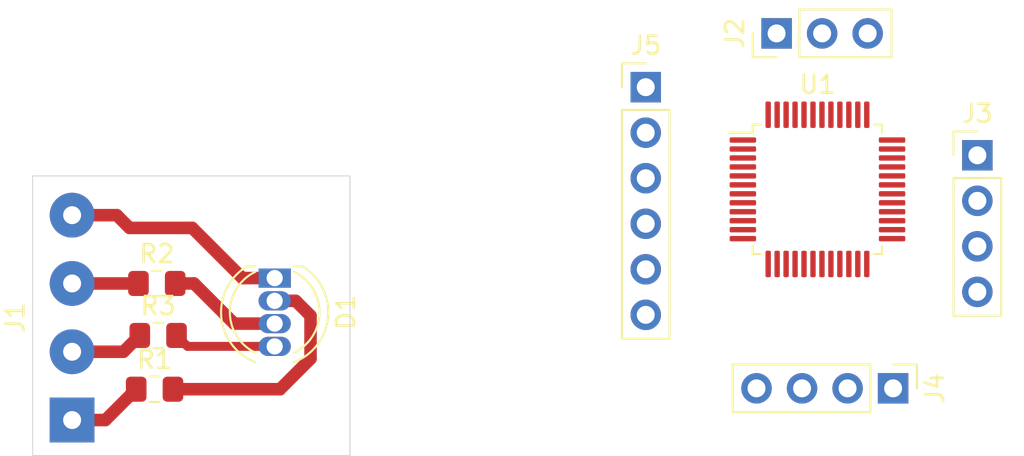
<source format=kicad_pcb>
(kicad_pcb (version 20171130) (host pcbnew 5.1.5)

  (general
    (thickness 1.6)
    (drawings 4)
    (tracks 20)
    (zones 0)
    (modules 10)
    (nets 16)
  )

  (page A4)
  (layers
    (0 F.Cu signal)
    (31 B.Cu signal)
    (32 B.Adhes user)
    (33 F.Adhes user)
    (34 B.Paste user)
    (35 F.Paste user)
    (36 B.SilkS user)
    (37 F.SilkS user)
    (38 B.Mask user)
    (39 F.Mask user)
    (40 Dwgs.User user)
    (41 Cmts.User user)
    (42 Eco1.User user)
    (43 Eco2.User user)
    (44 Edge.Cuts user)
    (45 Margin user)
    (46 B.CrtYd user)
    (47 F.CrtYd user)
    (48 B.Fab user)
    (49 F.Fab user)
  )

  (setup
    (last_trace_width 0.7)
    (user_trace_width 0.5)
    (user_trace_width 0.7)
    (trace_clearance 0.2)
    (zone_clearance 0.508)
    (zone_45_only no)
    (trace_min 0.2)
    (via_size 0.8)
    (via_drill 0.4)
    (via_min_size 0.4)
    (via_min_drill 0.3)
    (user_via 1.2 0.8)
    (uvia_size 0.3)
    (uvia_drill 0.1)
    (uvias_allowed no)
    (uvia_min_size 0.2)
    (uvia_min_drill 0.1)
    (edge_width 0.05)
    (segment_width 0.2)
    (pcb_text_width 0.3)
    (pcb_text_size 1.5 1.5)
    (mod_edge_width 0.12)
    (mod_text_size 1 1)
    (mod_text_width 0.15)
    (pad_size 1.524 1.524)
    (pad_drill 0.762)
    (pad_to_mask_clearance 0.051)
    (solder_mask_min_width 0.25)
    (aux_axis_origin 0 0)
    (visible_elements FFFFFF7F)
    (pcbplotparams
      (layerselection 0x010fc_ffffffff)
      (usegerberextensions false)
      (usegerberattributes false)
      (usegerberadvancedattributes false)
      (creategerberjobfile false)
      (excludeedgelayer true)
      (linewidth 0.100000)
      (plotframeref false)
      (viasonmask false)
      (mode 1)
      (useauxorigin false)
      (hpglpennumber 1)
      (hpglpenspeed 20)
      (hpglpendiameter 15.000000)
      (psnegative false)
      (psa4output false)
      (plotreference true)
      (plotvalue true)
      (plotinvisibletext false)
      (padsonsilk false)
      (subtractmaskfromsilk false)
      (outputformat 1)
      (mirror false)
      (drillshape 1)
      (scaleselection 1)
      (outputdirectory ""))
  )

  (net 0 "")
  (net 1 GND)
  (net 2 /led-b)
  (net 3 /led-g)
  (net 4 /led-r)
  (net 5 "Net-(D1-Pad2)")
  (net 6 "Net-(D1-Pad3)")
  (net 7 "Net-(D1-Pad4)")
  (net 8 VDD)
  (net 9 /bt-cts)
  (net 10 /prg-rx)
  (net 11 /rs-tx)
  (net 12 /rs-rx)
  (net 13 /bt-tx)
  (net 14 /bt-rx)
  (net 15 /bt-reset)

  (net_class Default "This is the default net class."
    (clearance 0.2)
    (trace_width 0.25)
    (via_dia 0.8)
    (via_drill 0.4)
    (uvia_dia 0.3)
    (uvia_drill 0.1)
    (add_net /bt-cts)
    (add_net /bt-reset)
    (add_net /bt-rx)
    (add_net /bt-tx)
    (add_net /led-b)
    (add_net /led-g)
    (add_net /led-r)
    (add_net /prg-rx)
    (add_net /rs-rx)
    (add_net /rs-tx)
    (add_net GND)
    (add_net "Net-(D1-Pad2)")
    (add_net "Net-(D1-Pad3)")
    (add_net "Net-(D1-Pad4)")
    (add_net VDD)
  )

  (module Connector_PinHeader_2.54mm:PinHeader_1x03_P2.54mm_Vertical (layer F.Cu) (tedit 59FED5CC) (tstamp 5E3C9083)
    (at 100.8 24.3 90)
    (descr "Through hole straight pin header, 1x03, 2.54mm pitch, single row")
    (tags "Through hole pin header THT 1x03 2.54mm single row")
    (path /5E3EDE56)
    (fp_text reference J2 (at 0 -2.33 90) (layer F.SilkS)
      (effects (font (size 1 1) (thickness 0.15)))
    )
    (fp_text value J-IR (at 0 7.41 90) (layer F.Fab)
      (effects (font (size 1 1) (thickness 0.15)))
    )
    (fp_text user %R (at 0 2.54) (layer F.Fab)
      (effects (font (size 1 1) (thickness 0.15)))
    )
    (fp_line (start 1.8 -1.8) (end -1.8 -1.8) (layer F.CrtYd) (width 0.05))
    (fp_line (start 1.8 6.85) (end 1.8 -1.8) (layer F.CrtYd) (width 0.05))
    (fp_line (start -1.8 6.85) (end 1.8 6.85) (layer F.CrtYd) (width 0.05))
    (fp_line (start -1.8 -1.8) (end -1.8 6.85) (layer F.CrtYd) (width 0.05))
    (fp_line (start -1.33 -1.33) (end 0 -1.33) (layer F.SilkS) (width 0.12))
    (fp_line (start -1.33 0) (end -1.33 -1.33) (layer F.SilkS) (width 0.12))
    (fp_line (start -1.33 1.27) (end 1.33 1.27) (layer F.SilkS) (width 0.12))
    (fp_line (start 1.33 1.27) (end 1.33 6.41) (layer F.SilkS) (width 0.12))
    (fp_line (start -1.33 1.27) (end -1.33 6.41) (layer F.SilkS) (width 0.12))
    (fp_line (start -1.33 6.41) (end 1.33 6.41) (layer F.SilkS) (width 0.12))
    (fp_line (start -1.27 -0.635) (end -0.635 -1.27) (layer F.Fab) (width 0.1))
    (fp_line (start -1.27 6.35) (end -1.27 -0.635) (layer F.Fab) (width 0.1))
    (fp_line (start 1.27 6.35) (end -1.27 6.35) (layer F.Fab) (width 0.1))
    (fp_line (start 1.27 -1.27) (end 1.27 6.35) (layer F.Fab) (width 0.1))
    (fp_line (start -0.635 -1.27) (end 1.27 -1.27) (layer F.Fab) (width 0.1))
    (pad 3 thru_hole oval (at 0 5.08 90) (size 1.7 1.7) (drill 1) (layers *.Cu *.Mask)
      (net 8 VDD))
    (pad 2 thru_hole oval (at 0 2.54 90) (size 1.7 1.7) (drill 1) (layers *.Cu *.Mask)
      (net 10 /prg-rx))
    (pad 1 thru_hole rect (at 0 0 90) (size 1.7 1.7) (drill 1) (layers *.Cu *.Mask)
      (net 1 GND))
    (model ${KISYS3DMOD}/Connector_PinHeader_2.54mm.3dshapes/PinHeader_1x03_P2.54mm_Vertical.wrl
      (at (xyz 0 0 0))
      (scale (xyz 1 1 1))
      (rotate (xyz 0 0 0))
    )
  )

  (module Connector_PinHeader_2.54mm:PinHeader_1x06_P2.54mm_Vertical (layer F.Cu) (tedit 59FED5CC) (tstamp 5E3C8ADB)
    (at 93.5 27.3)
    (descr "Through hole straight pin header, 1x06, 2.54mm pitch, single row")
    (tags "Through hole pin header THT 1x06 2.54mm single row")
    (path /5E3EA5BC)
    (fp_text reference J5 (at 0 -2.33) (layer F.SilkS)
      (effects (font (size 1 1) (thickness 0.15)))
    )
    (fp_text value J-BT (at 0 15.03) (layer F.Fab)
      (effects (font (size 1 1) (thickness 0.15)))
    )
    (fp_text user %R (at 0 6.35 90) (layer F.Fab)
      (effects (font (size 1 1) (thickness 0.15)))
    )
    (fp_line (start 1.8 -1.8) (end -1.8 -1.8) (layer F.CrtYd) (width 0.05))
    (fp_line (start 1.8 14.5) (end 1.8 -1.8) (layer F.CrtYd) (width 0.05))
    (fp_line (start -1.8 14.5) (end 1.8 14.5) (layer F.CrtYd) (width 0.05))
    (fp_line (start -1.8 -1.8) (end -1.8 14.5) (layer F.CrtYd) (width 0.05))
    (fp_line (start -1.33 -1.33) (end 0 -1.33) (layer F.SilkS) (width 0.12))
    (fp_line (start -1.33 0) (end -1.33 -1.33) (layer F.SilkS) (width 0.12))
    (fp_line (start -1.33 1.27) (end 1.33 1.27) (layer F.SilkS) (width 0.12))
    (fp_line (start 1.33 1.27) (end 1.33 14.03) (layer F.SilkS) (width 0.12))
    (fp_line (start -1.33 1.27) (end -1.33 14.03) (layer F.SilkS) (width 0.12))
    (fp_line (start -1.33 14.03) (end 1.33 14.03) (layer F.SilkS) (width 0.12))
    (fp_line (start -1.27 -0.635) (end -0.635 -1.27) (layer F.Fab) (width 0.1))
    (fp_line (start -1.27 13.97) (end -1.27 -0.635) (layer F.Fab) (width 0.1))
    (fp_line (start 1.27 13.97) (end -1.27 13.97) (layer F.Fab) (width 0.1))
    (fp_line (start 1.27 -1.27) (end 1.27 13.97) (layer F.Fab) (width 0.1))
    (fp_line (start -0.635 -1.27) (end 1.27 -1.27) (layer F.Fab) (width 0.1))
    (pad 6 thru_hole oval (at 0 12.7) (size 1.7 1.7) (drill 1) (layers *.Cu *.Mask)
      (net 9 /bt-cts))
    (pad 5 thru_hole oval (at 0 10.16) (size 1.7 1.7) (drill 1) (layers *.Cu *.Mask)
      (net 8 VDD))
    (pad 4 thru_hole oval (at 0 7.62) (size 1.7 1.7) (drill 1) (layers *.Cu *.Mask)
      (net 13 /bt-tx))
    (pad 3 thru_hole oval (at 0 5.08) (size 1.7 1.7) (drill 1) (layers *.Cu *.Mask)
      (net 14 /bt-rx))
    (pad 2 thru_hole oval (at 0 2.54) (size 1.7 1.7) (drill 1) (layers *.Cu *.Mask)
      (net 1 GND))
    (pad 1 thru_hole rect (at 0 0) (size 1.7 1.7) (drill 1) (layers *.Cu *.Mask)
      (net 15 /bt-reset))
    (model ${KISYS3DMOD}/Connector_PinHeader_2.54mm.3dshapes/PinHeader_1x06_P2.54mm_Vertical.wrl
      (at (xyz 0 0 0))
      (scale (xyz 1 1 1))
      (rotate (xyz 0 0 0))
    )
  )

  (module Connector_PinHeader_2.54mm:PinHeader_1x04_P2.54mm_Vertical (layer F.Cu) (tedit 59FED5CC) (tstamp 5E3C8AC1)
    (at 107.3 44.1 270)
    (descr "Through hole straight pin header, 1x04, 2.54mm pitch, single row")
    (tags "Through hole pin header THT 1x04 2.54mm single row")
    (path /5E3E3BC8)
    (fp_text reference J4 (at 0 -2.33 90) (layer F.SilkS)
      (effects (font (size 1 1) (thickness 0.15)))
    )
    (fp_text value J-RS232 (at 0 9.95 90) (layer F.Fab)
      (effects (font (size 1 1) (thickness 0.15)))
    )
    (fp_text user %R (at 0 3.81) (layer F.Fab)
      (effects (font (size 1 1) (thickness 0.15)))
    )
    (fp_line (start 1.8 -1.8) (end -1.8 -1.8) (layer F.CrtYd) (width 0.05))
    (fp_line (start 1.8 9.4) (end 1.8 -1.8) (layer F.CrtYd) (width 0.05))
    (fp_line (start -1.8 9.4) (end 1.8 9.4) (layer F.CrtYd) (width 0.05))
    (fp_line (start -1.8 -1.8) (end -1.8 9.4) (layer F.CrtYd) (width 0.05))
    (fp_line (start -1.33 -1.33) (end 0 -1.33) (layer F.SilkS) (width 0.12))
    (fp_line (start -1.33 0) (end -1.33 -1.33) (layer F.SilkS) (width 0.12))
    (fp_line (start -1.33 1.27) (end 1.33 1.27) (layer F.SilkS) (width 0.12))
    (fp_line (start 1.33 1.27) (end 1.33 8.95) (layer F.SilkS) (width 0.12))
    (fp_line (start -1.33 1.27) (end -1.33 8.95) (layer F.SilkS) (width 0.12))
    (fp_line (start -1.33 8.95) (end 1.33 8.95) (layer F.SilkS) (width 0.12))
    (fp_line (start -1.27 -0.635) (end -0.635 -1.27) (layer F.Fab) (width 0.1))
    (fp_line (start -1.27 8.89) (end -1.27 -0.635) (layer F.Fab) (width 0.1))
    (fp_line (start 1.27 8.89) (end -1.27 8.89) (layer F.Fab) (width 0.1))
    (fp_line (start 1.27 -1.27) (end 1.27 8.89) (layer F.Fab) (width 0.1))
    (fp_line (start -0.635 -1.27) (end 1.27 -1.27) (layer F.Fab) (width 0.1))
    (pad 4 thru_hole oval (at 0 7.62 270) (size 1.7 1.7) (drill 1) (layers *.Cu *.Mask)
      (net 8 VDD))
    (pad 3 thru_hole oval (at 0 5.08 270) (size 1.7 1.7) (drill 1) (layers *.Cu *.Mask)
      (net 11 /rs-tx))
    (pad 2 thru_hole oval (at 0 2.54 270) (size 1.7 1.7) (drill 1) (layers *.Cu *.Mask)
      (net 12 /rs-rx))
    (pad 1 thru_hole rect (at 0 0 270) (size 1.7 1.7) (drill 1) (layers *.Cu *.Mask)
      (net 1 GND))
    (model ${KISYS3DMOD}/Connector_PinHeader_2.54mm.3dshapes/PinHeader_1x04_P2.54mm_Vertical.wrl
      (at (xyz 0 0 0))
      (scale (xyz 1 1 1))
      (rotate (xyz 0 0 0))
    )
  )

  (module Connector_PinHeader_2.54mm:PinHeader_1x04_P2.54mm_Vertical (layer F.Cu) (tedit 59FED5CC) (tstamp 5E3C8AA9)
    (at 112 31.1)
    (descr "Through hole straight pin header, 1x04, 2.54mm pitch, single row")
    (tags "Through hole pin header THT 1x04 2.54mm single row")
    (path /5E3CF70F)
    (fp_text reference J3 (at 0 -2.33) (layer F.SilkS)
      (effects (font (size 1 1) (thickness 0.15)))
    )
    (fp_text value J-PRG (at 0 9.95) (layer F.Fab)
      (effects (font (size 1 1) (thickness 0.15)))
    )
    (fp_text user %R (at 0 3.81 90) (layer F.Fab)
      (effects (font (size 1 1) (thickness 0.15)))
    )
    (fp_line (start 1.8 -1.8) (end -1.8 -1.8) (layer F.CrtYd) (width 0.05))
    (fp_line (start 1.8 9.4) (end 1.8 -1.8) (layer F.CrtYd) (width 0.05))
    (fp_line (start -1.8 9.4) (end 1.8 9.4) (layer F.CrtYd) (width 0.05))
    (fp_line (start -1.8 -1.8) (end -1.8 9.4) (layer F.CrtYd) (width 0.05))
    (fp_line (start -1.33 -1.33) (end 0 -1.33) (layer F.SilkS) (width 0.12))
    (fp_line (start -1.33 0) (end -1.33 -1.33) (layer F.SilkS) (width 0.12))
    (fp_line (start -1.33 1.27) (end 1.33 1.27) (layer F.SilkS) (width 0.12))
    (fp_line (start 1.33 1.27) (end 1.33 8.95) (layer F.SilkS) (width 0.12))
    (fp_line (start -1.33 1.27) (end -1.33 8.95) (layer F.SilkS) (width 0.12))
    (fp_line (start -1.33 8.95) (end 1.33 8.95) (layer F.SilkS) (width 0.12))
    (fp_line (start -1.27 -0.635) (end -0.635 -1.27) (layer F.Fab) (width 0.1))
    (fp_line (start -1.27 8.89) (end -1.27 -0.635) (layer F.Fab) (width 0.1))
    (fp_line (start 1.27 8.89) (end -1.27 8.89) (layer F.Fab) (width 0.1))
    (fp_line (start 1.27 -1.27) (end 1.27 8.89) (layer F.Fab) (width 0.1))
    (fp_line (start -0.635 -1.27) (end 1.27 -1.27) (layer F.Fab) (width 0.1))
    (pad 4 thru_hole oval (at 0 7.62) (size 1.7 1.7) (drill 1) (layers *.Cu *.Mask)
      (net 8 VDD))
    (pad 3 thru_hole oval (at 0 5.08) (size 1.7 1.7) (drill 1) (layers *.Cu *.Mask)
      (net 9 /bt-cts))
    (pad 2 thru_hole oval (at 0 2.54) (size 1.7 1.7) (drill 1) (layers *.Cu *.Mask)
      (net 10 /prg-rx))
    (pad 1 thru_hole rect (at 0 0) (size 1.7 1.7) (drill 1) (layers *.Cu *.Mask)
      (net 1 GND))
    (model ${KISYS3DMOD}/Connector_PinHeader_2.54mm.3dshapes/PinHeader_1x04_P2.54mm_Vertical.wrl
      (at (xyz 0 0 0))
      (scale (xyz 1 1 1))
      (rotate (xyz 0 0 0))
    )
  )

  (module LED_THT:LED_D5.0mm-4_RGB (layer F.Cu) (tedit 5B74EEBE) (tstamp 5E3CBC8E)
    (at 72.8 37.95 270)
    (descr "LED, diameter 5.0mm, 2 pins, diameter 5.0mm, 3 pins, diameter 5.0mm, 4 pins, http://www.kingbright.com/attachments/file/psearch/000/00/00/L-154A4SUREQBFZGEW(Ver.9A).pdf")
    (tags "LED diameter 5.0mm 2 pins diameter 5.0mm 3 pins diameter 5.0mm 4 pins RGB RGBLED")
    (path /5E3BE33A)
    (fp_text reference D1 (at 1.905 -3.96 90) (layer F.SilkS)
      (effects (font (size 1 1) (thickness 0.15)))
    )
    (fp_text value LED_CRGB (at 1.905 3.96 90) (layer F.Fab)
      (effects (font (size 1 1) (thickness 0.15)))
    )
    (fp_text user %R (at 1.905 -3.96 90) (layer F.Fab)
      (effects (font (size 1 1) (thickness 0.15)))
    )
    (fp_line (start 5.15 -3.25) (end -1.35 -3.25) (layer F.CrtYd) (width 0.05))
    (fp_line (start 5.15 3.25) (end 5.15 -3.25) (layer F.CrtYd) (width 0.05))
    (fp_line (start -1.35 3.25) (end 5.15 3.25) (layer F.CrtYd) (width 0.05))
    (fp_line (start -1.35 -3.25) (end -1.35 3.25) (layer F.CrtYd) (width 0.05))
    (fp_line (start -0.655 1.08) (end -0.655 1.545) (layer F.SilkS) (width 0.12))
    (fp_line (start -0.655 -1.545) (end -0.655 -1.08) (layer F.SilkS) (width 0.12))
    (fp_line (start -0.595 -1.469694) (end -0.595 1.469694) (layer F.Fab) (width 0.1))
    (fp_circle (center 1.905 0) (end 4.405 0) (layer F.Fab) (width 0.1))
    (fp_arc (start 1.905 0) (end -0.349684 1.08) (angle -128.8) (layer F.SilkS) (width 0.12))
    (fp_arc (start 1.905 0) (end -0.349684 -1.08) (angle 128.8) (layer F.SilkS) (width 0.12))
    (fp_arc (start 1.905 0) (end -0.655 1.54483) (angle -127.7) (layer F.SilkS) (width 0.12))
    (fp_arc (start 1.905 0) (end -0.655 -1.54483) (angle 127.7) (layer F.SilkS) (width 0.12))
    (fp_arc (start 1.905 0) (end -0.595 -1.469694) (angle 299.1) (layer F.Fab) (width 0.1))
    (pad 4 thru_hole oval (at 3.81 0 270) (size 1.07 1.8) (drill 0.9) (layers *.Cu *.Mask)
      (net 7 "Net-(D1-Pad4)"))
    (pad 3 thru_hole oval (at 2.54 0 270) (size 1.07 1.8) (drill 0.9) (layers *.Cu *.Mask)
      (net 6 "Net-(D1-Pad3)"))
    (pad 2 thru_hole oval (at 1.27 0 270) (size 1.07 1.8) (drill 0.9) (layers *.Cu *.Mask)
      (net 5 "Net-(D1-Pad2)"))
    (pad 1 thru_hole rect (at 0 0 270) (size 1.07 1.8) (drill 0.9) (layers *.Cu *.Mask)
      (net 1 GND))
    (model ${KISYS3DMOD}/LED_THT.3dshapes/LED_D5.0mm-4_RGB.wrl
      (at (xyz 0 0 0))
      (scale (xyz 1 1 1))
      (rotate (xyz 0 0 0))
    )
  )

  (module Package_QFP:LQFP-48_7x7mm_P0.5mm (layer F.Cu) (tedit 5D9F72AF) (tstamp 5E3C33D9)
    (at 103.08 33)
    (descr "LQFP, 48 Pin (https://www.analog.com/media/en/technical-documentation/data-sheets/ltc2358-16.pdf), generated with kicad-footprint-generator ipc_gullwing_generator.py")
    (tags "LQFP QFP")
    (path /5E3C6C25)
    (attr smd)
    (fp_text reference U1 (at 0 -5.85) (layer F.SilkS)
      (effects (font (size 1 1) (thickness 0.15)))
    )
    (fp_text value STM32F103C8Tx (at 0 5.85) (layer F.Fab)
      (effects (font (size 1 1) (thickness 0.15)))
    )
    (fp_text user %R (at 0 0) (layer F.Fab)
      (effects (font (size 1 1) (thickness 0.15)))
    )
    (fp_line (start 5.15 3.15) (end 5.15 0) (layer F.CrtYd) (width 0.05))
    (fp_line (start 3.75 3.15) (end 5.15 3.15) (layer F.CrtYd) (width 0.05))
    (fp_line (start 3.75 3.75) (end 3.75 3.15) (layer F.CrtYd) (width 0.05))
    (fp_line (start 3.15 3.75) (end 3.75 3.75) (layer F.CrtYd) (width 0.05))
    (fp_line (start 3.15 5.15) (end 3.15 3.75) (layer F.CrtYd) (width 0.05))
    (fp_line (start 0 5.15) (end 3.15 5.15) (layer F.CrtYd) (width 0.05))
    (fp_line (start -5.15 3.15) (end -5.15 0) (layer F.CrtYd) (width 0.05))
    (fp_line (start -3.75 3.15) (end -5.15 3.15) (layer F.CrtYd) (width 0.05))
    (fp_line (start -3.75 3.75) (end -3.75 3.15) (layer F.CrtYd) (width 0.05))
    (fp_line (start -3.15 3.75) (end -3.75 3.75) (layer F.CrtYd) (width 0.05))
    (fp_line (start -3.15 5.15) (end -3.15 3.75) (layer F.CrtYd) (width 0.05))
    (fp_line (start 0 5.15) (end -3.15 5.15) (layer F.CrtYd) (width 0.05))
    (fp_line (start 5.15 -3.15) (end 5.15 0) (layer F.CrtYd) (width 0.05))
    (fp_line (start 3.75 -3.15) (end 5.15 -3.15) (layer F.CrtYd) (width 0.05))
    (fp_line (start 3.75 -3.75) (end 3.75 -3.15) (layer F.CrtYd) (width 0.05))
    (fp_line (start 3.15 -3.75) (end 3.75 -3.75) (layer F.CrtYd) (width 0.05))
    (fp_line (start 3.15 -5.15) (end 3.15 -3.75) (layer F.CrtYd) (width 0.05))
    (fp_line (start 0 -5.15) (end 3.15 -5.15) (layer F.CrtYd) (width 0.05))
    (fp_line (start -5.15 -3.15) (end -5.15 0) (layer F.CrtYd) (width 0.05))
    (fp_line (start -3.75 -3.15) (end -5.15 -3.15) (layer F.CrtYd) (width 0.05))
    (fp_line (start -3.75 -3.75) (end -3.75 -3.15) (layer F.CrtYd) (width 0.05))
    (fp_line (start -3.15 -3.75) (end -3.75 -3.75) (layer F.CrtYd) (width 0.05))
    (fp_line (start -3.15 -5.15) (end -3.15 -3.75) (layer F.CrtYd) (width 0.05))
    (fp_line (start 0 -5.15) (end -3.15 -5.15) (layer F.CrtYd) (width 0.05))
    (fp_line (start -3.5 -2.5) (end -2.5 -3.5) (layer F.Fab) (width 0.1))
    (fp_line (start -3.5 3.5) (end -3.5 -2.5) (layer F.Fab) (width 0.1))
    (fp_line (start 3.5 3.5) (end -3.5 3.5) (layer F.Fab) (width 0.1))
    (fp_line (start 3.5 -3.5) (end 3.5 3.5) (layer F.Fab) (width 0.1))
    (fp_line (start -2.5 -3.5) (end 3.5 -3.5) (layer F.Fab) (width 0.1))
    (fp_line (start -3.61 -3.16) (end -4.9 -3.16) (layer F.SilkS) (width 0.12))
    (fp_line (start -3.61 -3.61) (end -3.61 -3.16) (layer F.SilkS) (width 0.12))
    (fp_line (start -3.16 -3.61) (end -3.61 -3.61) (layer F.SilkS) (width 0.12))
    (fp_line (start 3.61 -3.61) (end 3.61 -3.16) (layer F.SilkS) (width 0.12))
    (fp_line (start 3.16 -3.61) (end 3.61 -3.61) (layer F.SilkS) (width 0.12))
    (fp_line (start -3.61 3.61) (end -3.61 3.16) (layer F.SilkS) (width 0.12))
    (fp_line (start -3.16 3.61) (end -3.61 3.61) (layer F.SilkS) (width 0.12))
    (fp_line (start 3.61 3.61) (end 3.61 3.16) (layer F.SilkS) (width 0.12))
    (fp_line (start 3.16 3.61) (end 3.61 3.61) (layer F.SilkS) (width 0.12))
    (pad 48 smd roundrect (at -2.75 -4.1625) (size 0.3 1.475) (layers F.Cu F.Paste F.Mask) (roundrect_rratio 0.25)
      (net 8 VDD))
    (pad 47 smd roundrect (at -2.25 -4.1625) (size 0.3 1.475) (layers F.Cu F.Paste F.Mask) (roundrect_rratio 0.25)
      (net 1 GND))
    (pad 46 smd roundrect (at -1.75 -4.1625) (size 0.3 1.475) (layers F.Cu F.Paste F.Mask) (roundrect_rratio 0.25))
    (pad 45 smd roundrect (at -1.25 -4.1625) (size 0.3 1.475) (layers F.Cu F.Paste F.Mask) (roundrect_rratio 0.25))
    (pad 44 smd roundrect (at -0.75 -4.1625) (size 0.3 1.475) (layers F.Cu F.Paste F.Mask) (roundrect_rratio 0.25))
    (pad 43 smd roundrect (at -0.25 -4.1625) (size 0.3 1.475) (layers F.Cu F.Paste F.Mask) (roundrect_rratio 0.25)
      (net 10 /prg-rx))
    (pad 42 smd roundrect (at 0.25 -4.1625) (size 0.3 1.475) (layers F.Cu F.Paste F.Mask) (roundrect_rratio 0.25)
      (net 9 /bt-cts))
    (pad 41 smd roundrect (at 0.75 -4.1625) (size 0.3 1.475) (layers F.Cu F.Paste F.Mask) (roundrect_rratio 0.25))
    (pad 40 smd roundrect (at 1.25 -4.1625) (size 0.3 1.475) (layers F.Cu F.Paste F.Mask) (roundrect_rratio 0.25))
    (pad 39 smd roundrect (at 1.75 -4.1625) (size 0.3 1.475) (layers F.Cu F.Paste F.Mask) (roundrect_rratio 0.25))
    (pad 38 smd roundrect (at 2.25 -4.1625) (size 0.3 1.475) (layers F.Cu F.Paste F.Mask) (roundrect_rratio 0.25))
    (pad 37 smd roundrect (at 2.75 -4.1625) (size 0.3 1.475) (layers F.Cu F.Paste F.Mask) (roundrect_rratio 0.25))
    (pad 36 smd roundrect (at 4.1625 -2.75) (size 1.475 0.3) (layers F.Cu F.Paste F.Mask) (roundrect_rratio 0.25)
      (net 8 VDD))
    (pad 35 smd roundrect (at 4.1625 -2.25) (size 1.475 0.3) (layers F.Cu F.Paste F.Mask) (roundrect_rratio 0.25)
      (net 1 GND))
    (pad 34 smd roundrect (at 4.1625 -1.75) (size 1.475 0.3) (layers F.Cu F.Paste F.Mask) (roundrect_rratio 0.25))
    (pad 33 smd roundrect (at 4.1625 -1.25) (size 1.475 0.3) (layers F.Cu F.Paste F.Mask) (roundrect_rratio 0.25))
    (pad 32 smd roundrect (at 4.1625 -0.75) (size 1.475 0.3) (layers F.Cu F.Paste F.Mask) (roundrect_rratio 0.25))
    (pad 31 smd roundrect (at 4.1625 -0.25) (size 1.475 0.3) (layers F.Cu F.Paste F.Mask) (roundrect_rratio 0.25)
      (net 2 /led-b))
    (pad 30 smd roundrect (at 4.1625 0.25) (size 1.475 0.3) (layers F.Cu F.Paste F.Mask) (roundrect_rratio 0.25)
      (net 3 /led-g))
    (pad 29 smd roundrect (at 4.1625 0.75) (size 1.475 0.3) (layers F.Cu F.Paste F.Mask) (roundrect_rratio 0.25)
      (net 4 /led-r))
    (pad 28 smd roundrect (at 4.1625 1.25) (size 1.475 0.3) (layers F.Cu F.Paste F.Mask) (roundrect_rratio 0.25))
    (pad 27 smd roundrect (at 4.1625 1.75) (size 1.475 0.3) (layers F.Cu F.Paste F.Mask) (roundrect_rratio 0.25)
      (net 15 /bt-reset))
    (pad 26 smd roundrect (at 4.1625 2.25) (size 1.475 0.3) (layers F.Cu F.Paste F.Mask) (roundrect_rratio 0.25)
      (net 9 /bt-cts))
    (pad 25 smd roundrect (at 4.1625 2.75) (size 1.475 0.3) (layers F.Cu F.Paste F.Mask) (roundrect_rratio 0.25))
    (pad 24 smd roundrect (at 2.75 4.1625) (size 0.3 1.475) (layers F.Cu F.Paste F.Mask) (roundrect_rratio 0.25)
      (net 8 VDD))
    (pad 23 smd roundrect (at 2.25 4.1625) (size 0.3 1.475) (layers F.Cu F.Paste F.Mask) (roundrect_rratio 0.25)
      (net 1 GND))
    (pad 22 smd roundrect (at 1.75 4.1625) (size 0.3 1.475) (layers F.Cu F.Paste F.Mask) (roundrect_rratio 0.25)
      (net 12 /rs-rx))
    (pad 21 smd roundrect (at 1.25 4.1625) (size 0.3 1.475) (layers F.Cu F.Paste F.Mask) (roundrect_rratio 0.25)
      (net 11 /rs-tx))
    (pad 20 smd roundrect (at 0.75 4.1625) (size 0.3 1.475) (layers F.Cu F.Paste F.Mask) (roundrect_rratio 0.25))
    (pad 19 smd roundrect (at 0.25 4.1625) (size 0.3 1.475) (layers F.Cu F.Paste F.Mask) (roundrect_rratio 0.25))
    (pad 18 smd roundrect (at -0.25 4.1625) (size 0.3 1.475) (layers F.Cu F.Paste F.Mask) (roundrect_rratio 0.25))
    (pad 17 smd roundrect (at -0.75 4.1625) (size 0.3 1.475) (layers F.Cu F.Paste F.Mask) (roundrect_rratio 0.25))
    (pad 16 smd roundrect (at -1.25 4.1625) (size 0.3 1.475) (layers F.Cu F.Paste F.Mask) (roundrect_rratio 0.25))
    (pad 15 smd roundrect (at -1.75 4.1625) (size 0.3 1.475) (layers F.Cu F.Paste F.Mask) (roundrect_rratio 0.25))
    (pad 14 smd roundrect (at -2.25 4.1625) (size 0.3 1.475) (layers F.Cu F.Paste F.Mask) (roundrect_rratio 0.25))
    (pad 13 smd roundrect (at -2.75 4.1625) (size 0.3 1.475) (layers F.Cu F.Paste F.Mask) (roundrect_rratio 0.25)
      (net 14 /bt-rx))
    (pad 12 smd roundrect (at -4.1625 2.75) (size 1.475 0.3) (layers F.Cu F.Paste F.Mask) (roundrect_rratio 0.25)
      (net 13 /bt-tx))
    (pad 11 smd roundrect (at -4.1625 2.25) (size 1.475 0.3) (layers F.Cu F.Paste F.Mask) (roundrect_rratio 0.25))
    (pad 10 smd roundrect (at -4.1625 1.75) (size 1.475 0.3) (layers F.Cu F.Paste F.Mask) (roundrect_rratio 0.25)
      (net 9 /bt-cts))
    (pad 9 smd roundrect (at -4.1625 1.25) (size 1.475 0.3) (layers F.Cu F.Paste F.Mask) (roundrect_rratio 0.25))
    (pad 8 smd roundrect (at -4.1625 0.75) (size 1.475 0.3) (layers F.Cu F.Paste F.Mask) (roundrect_rratio 0.25))
    (pad 7 smd roundrect (at -4.1625 0.25) (size 1.475 0.3) (layers F.Cu F.Paste F.Mask) (roundrect_rratio 0.25))
    (pad 6 smd roundrect (at -4.1625 -0.25) (size 1.475 0.3) (layers F.Cu F.Paste F.Mask) (roundrect_rratio 0.25))
    (pad 5 smd roundrect (at -4.1625 -0.75) (size 1.475 0.3) (layers F.Cu F.Paste F.Mask) (roundrect_rratio 0.25))
    (pad 4 smd roundrect (at -4.1625 -1.25) (size 1.475 0.3) (layers F.Cu F.Paste F.Mask) (roundrect_rratio 0.25))
    (pad 3 smd roundrect (at -4.1625 -1.75) (size 1.475 0.3) (layers F.Cu F.Paste F.Mask) (roundrect_rratio 0.25))
    (pad 2 smd roundrect (at -4.1625 -2.25) (size 1.475 0.3) (layers F.Cu F.Paste F.Mask) (roundrect_rratio 0.25))
    (pad 1 smd roundrect (at -4.1625 -2.75) (size 1.475 0.3) (layers F.Cu F.Paste F.Mask) (roundrect_rratio 0.25))
    (model ${KISYS3DMOD}/Package_QFP.3dshapes/LQFP-48_7x7mm_P0.5mm.wrl
      (at (xyz 0 0 0))
      (scale (xyz 1 1 1))
      (rotate (xyz 0 0 0))
    )
  )

  (module Resistor_SMD:R_0805_2012Metric_Pad1.15x1.40mm_HandSolder (layer F.Cu) (tedit 5B36C52B) (tstamp 5E3CBCD1)
    (at 66.3 41.15)
    (descr "Resistor SMD 0805 (2012 Metric), square (rectangular) end terminal, IPC_7351 nominal with elongated pad for handsoldering. (Body size source: https://docs.google.com/spreadsheets/d/1BsfQQcO9C6DZCsRaXUlFlo91Tg2WpOkGARC1WS5S8t0/edit?usp=sharing), generated with kicad-footprint-generator")
    (tags "resistor handsolder")
    (path /5E3BF258)
    (attr smd)
    (fp_text reference R3 (at 0 -1.65) (layer F.SilkS)
      (effects (font (size 1 1) (thickness 0.15)))
    )
    (fp_text value 100 (at 0 1.65) (layer F.Fab)
      (effects (font (size 1 1) (thickness 0.15)))
    )
    (fp_text user %R (at 0 0) (layer F.Fab)
      (effects (font (size 0.5 0.5) (thickness 0.08)))
    )
    (fp_line (start 1.85 0.95) (end -1.85 0.95) (layer F.CrtYd) (width 0.05))
    (fp_line (start 1.85 -0.95) (end 1.85 0.95) (layer F.CrtYd) (width 0.05))
    (fp_line (start -1.85 -0.95) (end 1.85 -0.95) (layer F.CrtYd) (width 0.05))
    (fp_line (start -1.85 0.95) (end -1.85 -0.95) (layer F.CrtYd) (width 0.05))
    (fp_line (start -0.261252 0.71) (end 0.261252 0.71) (layer F.SilkS) (width 0.12))
    (fp_line (start -0.261252 -0.71) (end 0.261252 -0.71) (layer F.SilkS) (width 0.12))
    (fp_line (start 1 0.6) (end -1 0.6) (layer F.Fab) (width 0.1))
    (fp_line (start 1 -0.6) (end 1 0.6) (layer F.Fab) (width 0.1))
    (fp_line (start -1 -0.6) (end 1 -0.6) (layer F.Fab) (width 0.1))
    (fp_line (start -1 0.6) (end -1 -0.6) (layer F.Fab) (width 0.1))
    (pad 2 smd roundrect (at 1.025 0) (size 1.15 1.4) (layers F.Cu F.Paste F.Mask) (roundrect_rratio 0.217391)
      (net 7 "Net-(D1-Pad4)"))
    (pad 1 smd roundrect (at -1.025 0) (size 1.15 1.4) (layers F.Cu F.Paste F.Mask) (roundrect_rratio 0.217391)
      (net 2 /led-b))
    (model ${KISYS3DMOD}/Resistor_SMD.3dshapes/R_0805_2012Metric.wrl
      (at (xyz 0 0 0))
      (scale (xyz 1 1 1))
      (rotate (xyz 0 0 0))
    )
  )

  (module Resistor_SMD:R_0805_2012Metric_Pad1.15x1.40mm_HandSolder (layer F.Cu) (tedit 5B36C52B) (tstamp 5E3CBBF9)
    (at 66.225 38.25)
    (descr "Resistor SMD 0805 (2012 Metric), square (rectangular) end terminal, IPC_7351 nominal with elongated pad for handsoldering. (Body size source: https://docs.google.com/spreadsheets/d/1BsfQQcO9C6DZCsRaXUlFlo91Tg2WpOkGARC1WS5S8t0/edit?usp=sharing), generated with kicad-footprint-generator")
    (tags "resistor handsolder")
    (path /5E3BF0BE)
    (attr smd)
    (fp_text reference R2 (at 0 -1.65) (layer F.SilkS)
      (effects (font (size 1 1) (thickness 0.15)))
    )
    (fp_text value 100 (at 0 1.65) (layer F.Fab)
      (effects (font (size 1 1) (thickness 0.15)))
    )
    (fp_text user %R (at 0 0) (layer F.Fab)
      (effects (font (size 0.5 0.5) (thickness 0.08)))
    )
    (fp_line (start 1.85 0.95) (end -1.85 0.95) (layer F.CrtYd) (width 0.05))
    (fp_line (start 1.85 -0.95) (end 1.85 0.95) (layer F.CrtYd) (width 0.05))
    (fp_line (start -1.85 -0.95) (end 1.85 -0.95) (layer F.CrtYd) (width 0.05))
    (fp_line (start -1.85 0.95) (end -1.85 -0.95) (layer F.CrtYd) (width 0.05))
    (fp_line (start -0.261252 0.71) (end 0.261252 0.71) (layer F.SilkS) (width 0.12))
    (fp_line (start -0.261252 -0.71) (end 0.261252 -0.71) (layer F.SilkS) (width 0.12))
    (fp_line (start 1 0.6) (end -1 0.6) (layer F.Fab) (width 0.1))
    (fp_line (start 1 -0.6) (end 1 0.6) (layer F.Fab) (width 0.1))
    (fp_line (start -1 -0.6) (end 1 -0.6) (layer F.Fab) (width 0.1))
    (fp_line (start -1 0.6) (end -1 -0.6) (layer F.Fab) (width 0.1))
    (pad 2 smd roundrect (at 1.025 0) (size 1.15 1.4) (layers F.Cu F.Paste F.Mask) (roundrect_rratio 0.217391)
      (net 6 "Net-(D1-Pad3)"))
    (pad 1 smd roundrect (at -1.025 0) (size 1.15 1.4) (layers F.Cu F.Paste F.Mask) (roundrect_rratio 0.217391)
      (net 3 /led-g))
    (model ${KISYS3DMOD}/Resistor_SMD.3dshapes/R_0805_2012Metric.wrl
      (at (xyz 0 0 0))
      (scale (xyz 1 1 1))
      (rotate (xyz 0 0 0))
    )
  )

  (module Resistor_SMD:R_0805_2012Metric_Pad1.15x1.40mm_HandSolder (layer F.Cu) (tedit 5B36C52B) (tstamp 5E3CBBC9)
    (at 66.1 44.15)
    (descr "Resistor SMD 0805 (2012 Metric), square (rectangular) end terminal, IPC_7351 nominal with elongated pad for handsoldering. (Body size source: https://docs.google.com/spreadsheets/d/1BsfQQcO9C6DZCsRaXUlFlo91Tg2WpOkGARC1WS5S8t0/edit?usp=sharing), generated with kicad-footprint-generator")
    (tags "resistor handsolder")
    (path /5E3BEBF4)
    (attr smd)
    (fp_text reference R1 (at 0 -1.65) (layer F.SilkS)
      (effects (font (size 1 1) (thickness 0.15)))
    )
    (fp_text value 150 (at 0 1.65) (layer F.Fab)
      (effects (font (size 1 1) (thickness 0.15)))
    )
    (fp_text user %R (at 0 0) (layer F.Fab)
      (effects (font (size 0.5 0.5) (thickness 0.08)))
    )
    (fp_line (start 1.85 0.95) (end -1.85 0.95) (layer F.CrtYd) (width 0.05))
    (fp_line (start 1.85 -0.95) (end 1.85 0.95) (layer F.CrtYd) (width 0.05))
    (fp_line (start -1.85 -0.95) (end 1.85 -0.95) (layer F.CrtYd) (width 0.05))
    (fp_line (start -1.85 0.95) (end -1.85 -0.95) (layer F.CrtYd) (width 0.05))
    (fp_line (start -0.261252 0.71) (end 0.261252 0.71) (layer F.SilkS) (width 0.12))
    (fp_line (start -0.261252 -0.71) (end 0.261252 -0.71) (layer F.SilkS) (width 0.12))
    (fp_line (start 1 0.6) (end -1 0.6) (layer F.Fab) (width 0.1))
    (fp_line (start 1 -0.6) (end 1 0.6) (layer F.Fab) (width 0.1))
    (fp_line (start -1 -0.6) (end 1 -0.6) (layer F.Fab) (width 0.1))
    (fp_line (start -1 0.6) (end -1 -0.6) (layer F.Fab) (width 0.1))
    (pad 2 smd roundrect (at 1.025 0) (size 1.15 1.4) (layers F.Cu F.Paste F.Mask) (roundrect_rratio 0.217391)
      (net 5 "Net-(D1-Pad2)"))
    (pad 1 smd roundrect (at -1.025 0) (size 1.15 1.4) (layers F.Cu F.Paste F.Mask) (roundrect_rratio 0.217391)
      (net 4 /led-r))
    (model ${KISYS3DMOD}/Resistor_SMD.3dshapes/R_0805_2012Metric.wrl
      (at (xyz 0 0 0))
      (scale (xyz 1 1 1))
      (rotate (xyz 0 0 0))
    )
  )

  (module Connector_Wire:SolderWirePad_1x04_P3.81mm_Drill1mm (layer F.Cu) (tedit 5AEE60B2) (tstamp 5E3CBC58)
    (at 61.5 45.87 90)
    (descr "Wire solder connection")
    (tags connector)
    (path /5E3C1ED4)
    (attr virtual)
    (fp_text reference J1 (at 5.715 -3.175 90) (layer F.SilkS)
      (effects (font (size 1 1) (thickness 0.15)))
    )
    (fp_text value F-RGB (at 5.715 3.175 90) (layer F.Fab)
      (effects (font (size 1 1) (thickness 0.15)))
    )
    (fp_line (start 13.18 1.75) (end -1.74 1.75) (layer F.CrtYd) (width 0.05))
    (fp_line (start 13.18 1.75) (end 13.18 -1.75) (layer F.CrtYd) (width 0.05))
    (fp_line (start -1.74 -1.75) (end -1.74 1.75) (layer F.CrtYd) (width 0.05))
    (fp_line (start -1.74 -1.75) (end 13.18 -1.75) (layer F.CrtYd) (width 0.05))
    (fp_text user %R (at 5.715 0 90) (layer F.Fab)
      (effects (font (size 1 1) (thickness 0.15)))
    )
    (pad 4 thru_hole circle (at 11.43 0 90) (size 2.49936 2.49936) (drill 1.00076) (layers *.Cu *.Mask)
      (net 1 GND))
    (pad 3 thru_hole circle (at 7.62 0 90) (size 2.49936 2.49936) (drill 1.00076) (layers *.Cu *.Mask)
      (net 3 /led-g))
    (pad 2 thru_hole circle (at 3.81 0 90) (size 2.49936 2.49936) (drill 1.00076) (layers *.Cu *.Mask)
      (net 2 /led-b))
    (pad 1 thru_hole rect (at 0 0 90) (size 2.49936 2.49936) (drill 1.00076) (layers *.Cu *.Mask)
      (net 4 /led-r))
  )

  (gr_line (start 59.3 47.85) (end 59.3 32.25) (layer Edge.Cuts) (width 0.05) (tstamp 5E3CBC74))
  (gr_line (start 77 47.85) (end 59.3 47.85) (layer Edge.Cuts) (width 0.05) (tstamp 5E3CBCBF))
  (gr_line (start 77 32.25) (end 77 47.85) (layer Edge.Cuts) (width 0.05) (tstamp 5E3CBCF9))
  (gr_line (start 59.3 32.25) (end 77 32.25) (layer Edge.Cuts) (width 0.05) (tstamp 5E3CBC29))

  (segment (start 64.7 35.15) (end 68.2 35.15) (width 0.7) (layer F.Cu) (net 1) (tstamp 5E3CBC1A))
  (segment (start 61.5 34.44) (end 63.99 34.44) (width 0.7) (layer F.Cu) (net 1) (tstamp 5E3CBC71))
  (segment (start 71 37.95) (end 72.8 37.95) (width 0.7) (layer F.Cu) (net 1) (tstamp 5E3CBC2F))
  (segment (start 68.2 35.15) (end 71 37.95) (width 0.7) (layer F.Cu) (net 1) (tstamp 5E3CBC2C))
  (segment (start 63.99 34.44) (end 64.7 35.15) (width 0.7) (layer F.Cu) (net 1) (tstamp 5E3CBCB9))
  (segment (start 64.365 42.06) (end 65.275 41.15) (width 0.7) (layer F.Cu) (net 2) (tstamp 5E3CBC77))
  (segment (start 61.5 42.06) (end 64.365 42.06) (width 0.7) (layer F.Cu) (net 2) (tstamp 5E3CBBB7))
  (segment (start 61.5 38.25) (end 65.2 38.25) (width 0.7) (layer F.Cu) (net 3) (tstamp 5E3CBC26))
  (segment (start 63.355 45.87) (end 65.075 44.15) (width 0.7) (layer F.Cu) (net 4) (tstamp 5E3CBC23))
  (segment (start 61.5 45.87) (end 63.355 45.87) (width 0.7) (layer F.Cu) (net 4) (tstamp 5E3CBC3B))
  (segment (start 74.8 42.45) (end 74.8 40.05) (width 0.7) (layer F.Cu) (net 5) (tstamp 5E3CBC38))
  (segment (start 73.97 39.22) (end 72.8 39.22) (width 0.7) (layer F.Cu) (net 5) (tstamp 5E3CBC35))
  (segment (start 74.8 40.05) (end 73.97 39.22) (width 0.7) (layer F.Cu) (net 5) (tstamp 5E3CBC32))
  (segment (start 67.125 44.15) (end 73.1 44.15) (width 0.7) (layer F.Cu) (net 5) (tstamp 5E3CBC4A))
  (segment (start 73.1 44.15) (end 74.8 42.45) (width 0.7) (layer F.Cu) (net 5) (tstamp 5E3CBC47))
  (segment (start 70.54 40.49) (end 72.8 40.49) (width 0.7) (layer F.Cu) (net 6) (tstamp 5E3CBC44))
  (segment (start 67.25 38.25) (end 68.3 38.25) (width 0.7) (layer F.Cu) (net 6) (tstamp 5E3CBC41))
  (segment (start 68.3 38.25) (end 70.54 40.49) (width 0.7) (layer F.Cu) (net 6) (tstamp 5E3CBC20))
  (segment (start 67.935 41.76) (end 67.325 41.15) (width 0.5) (layer F.Cu) (net 7) (tstamp 5E3CBC1D))
  (segment (start 72.8 41.76) (end 67.935 41.76) (width 0.5) (layer F.Cu) (net 7) (tstamp 5E3CBC3E))

)

</source>
